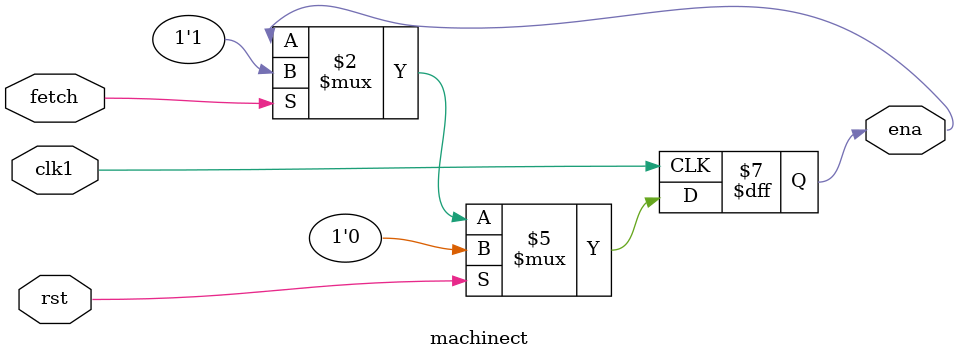
<source format=v>
`timescale 1ns/1ns
module machinect(ena,fetch,rst,clk1);
input fetch,rst,clk1;
output ena;
reg ena;
reg state;

always@(posedge clk1)
	begin
		if(rst)
			begin
				ena<=0;
			end
		else
			if(fetch)
			begin
			ena<=1;
		end
	end
endmodule

</source>
